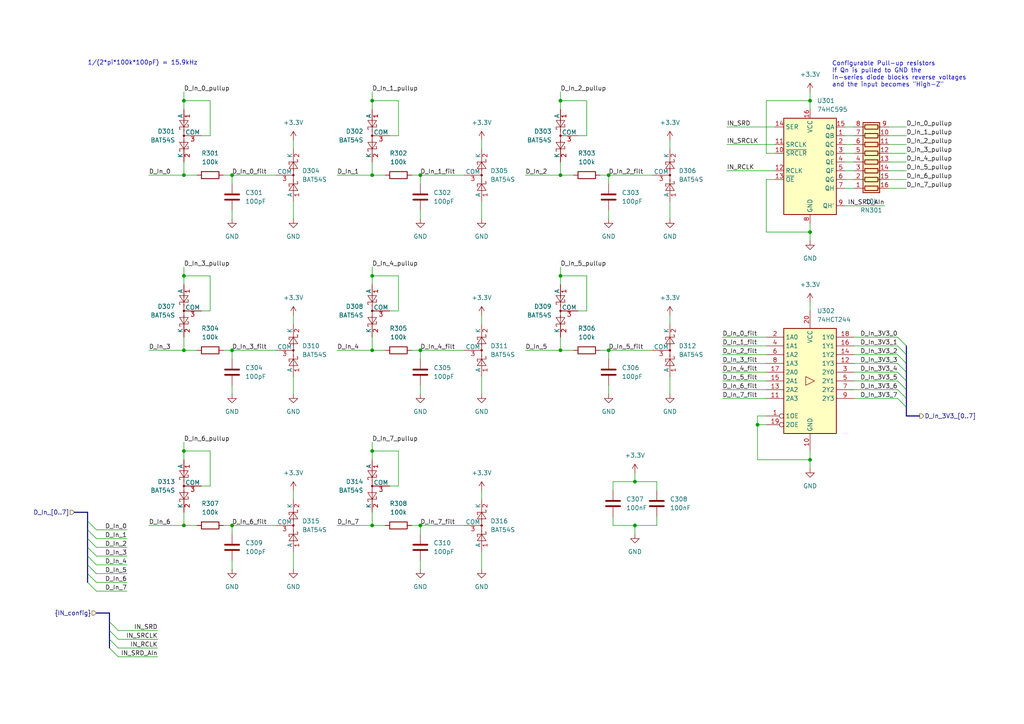
<source format=kicad_sch>
(kicad_sch (version 20230121) (generator eeschema)
  (paper "A4")
  (lib_symbols
    (symbol "74xx:74HC595"
      (property "Reference" "U" (at -7.62 13.97 0))
      (property "Value" "74HC595" (at -7.62 -16.51 0))
      (symbol "74HC595_1_0"
        (pin tri_state line (at 10.16 7.62 180) (length 2.54) (name "QB") (number "1"))
        (pin input line (at -10.16 2.54 0) (length 2.54) (name "~{SRCLR}") (number "10"))
        (pin input line (at -10.16 5.08 0) (length 2.54) (name "SRCLK") (number "11"))
        (pin input line (at -10.16 -2.54 0) (length 2.54) (name "RCLK") (number "12"))
        (pin input line (at -10.16 -5.08 0) (length 2.54) (name "~{OE}") (number "13"))
        (pin input line (at -10.16 10.16 0) (length 2.54) (name "SER") (number "14"))
        (pin tri_state line (at 10.16 10.16 180) (length 2.54) (name "QA") (number "15"))
        (pin power_in line (at 0 15.24 270) (length 2.54) (name "VCC") (number "16"))
        (pin tri_state line (at 10.16 5.08 180) (length 2.54) (name "QC") (number "2"))
        (pin tri_state line (at 10.16 2.54 180) (length 2.54) (name "QD") (number "3"))
        (pin tri_state line (at 10.16 0 180) (length 2.54) (name "QE") (number "4"))
        (pin tri_state line (at 10.16 -2.54 180) (length 2.54) (name "QF") (number "5"))
        (pin tri_state line (at 10.16 -5.08 180) (length 2.54) (name "QG") (number "6"))
        (pin tri_state line (at 10.16 -7.62 180) (length 2.54) (name "QH") (number "7"))
        (pin power_in line (at 0 -17.78 90) (length 2.54) (name "GND") (number "8"))
        (pin output line (at 10.16 -12.7 180) (length 2.54) (name "QH'") (number "9"))
      )
      (symbol "74HC595_1_1"
        (rectangle (start -7.62 12.7) (end 7.62 -15.24) (stroke (width 0.254)) (fill (type background)))
      )
    )
    (symbol "74xx:74HCT244"
      (property "Reference" "U" (at -7.62 16.51 0))
      (property "Value" "74HCT244" (at -7.62 -16.51 0))
      (symbol "74HCT244_1_0"
        (polyline (pts (xy 1.27 0) (xy -1.27 1.27) (xy -1.27 -1.27) (xy 1.27 0)) (stroke (width 0.1524)))
        (pin input inverted (at -12.7 -10.16 0) (length 5.08) (name "1OE") (number "1"))
        (pin power_in line (at 0 -20.32 90) (length 5.08) (name "GND") (number "10"))
        (pin input line (at -12.7 -5.08 0) (length 5.08) (name "2A3") (number "11"))
        (pin tri_state line (at 12.7 5.08 180) (length 5.08) (name "1Y3") (number "12"))
        (pin input line (at -12.7 -2.54 0) (length 5.08) (name "2A2") (number "13"))
        (pin tri_state line (at 12.7 7.62 180) (length 5.08) (name "1Y2") (number "14"))
        (pin input line (at -12.7 0 0) (length 5.08) (name "2A1") (number "15"))
        (pin tri_state line (at 12.7 10.16 180) (length 5.08) (name "1Y1") (number "16"))
        (pin input line (at -12.7 2.54 0) (length 5.08) (name "2A0") (number "17"))
        (pin tri_state line (at 12.7 12.7 180) (length 5.08) (name "1Y0") (number "18"))
        (pin input inverted (at -12.7 -12.7 0) (length 5.08) (name "2OE") (number "19"))
        (pin input line (at -12.7 12.7 0) (length 5.08) (name "1A0") (number "2"))
        (pin power_in line (at 0 20.32 270) (length 5.08) (name "VCC") (number "20"))
        (pin tri_state line (at 12.7 2.54 180) (length 5.08) (name "2Y0") (number "3"))
        (pin input line (at -12.7 10.16 0) (length 5.08) (name "1A1") (number "4"))
        (pin tri_state line (at 12.7 0 180) (length 5.08) (name "2Y1") (number "5"))
        (pin input line (at -12.7 7.62 0) (length 5.08) (name "1A2") (number "6"))
        (pin tri_state line (at 12.7 -2.54 180) (length 5.08) (name "2Y2") (number "7"))
        (pin input line (at -12.7 5.08 0) (length 5.08) (name "1A3") (number "8"))
        (pin tri_state line (at 12.7 -5.08 180) (length 5.08) (name "2Y3") (number "9"))
      )
      (symbol "74HCT244_1_1"
        (rectangle (start -7.62 15.24) (end 7.62 -15.24) (stroke (width 0.254)) (fill (type background)))
      )
    )
    (symbol "Device:C" (pin_numbers hide) (pin_names (offset 0.254))
      (property "Reference" "C" (at 0.635 2.54 0))
      (property "Value" "C" (at 0.635 -2.54 0))
      (symbol "C_0_1"
        (polyline (pts (xy -2.032 -0.762) (xy 2.032 -0.762)) (stroke (width 0.508)))
        (polyline (pts (xy -2.032 0.762) (xy 2.032 0.762)) (stroke (width 0.508)))
      )
      (symbol "C_1_1"
        (pin passive line (at 0 3.81 270) (length 2.794) (name "~") (number "1"))
        (pin passive line (at 0 -3.81 90) (length 2.794) (name "~") (number "2"))
      )
    )
    (symbol "Device:R" (pin_numbers hide) (pin_names (offset 0))
      (property "Reference" "R" (at 2.032 0 90))
      (property "Value" "R" (at 0 0 90))
      (symbol "R_0_1"
        (rectangle (start -1.016 -2.54) (end 1.016 2.54) (stroke (width 0.254)))
      )
      (symbol "R_1_1"
        (pin passive line (at 0 3.81 270) (length 1.27) (name "~") (number "1"))
        (pin passive line (at 0 -3.81 90) (length 1.27) (name "~") (number "2"))
      )
    )
    (symbol "Device:R_Pack08" (pin_names (offset 0) hide)
      (property "Reference" "RN" (at -12.7 0 90))
      (property "Value" "R_Pack08" (at 10.16 0 90))
      (symbol "R_Pack08_0_1"
        (rectangle (start -11.43 -2.413) (end 8.89 2.413) (stroke (width 0.254)) (fill (type background)))
        (rectangle (start -10.795 1.905) (end -9.525 -1.905) (stroke (width 0.254)))
        (rectangle (start -8.255 1.905) (end -6.985 -1.905) (stroke (width 0.254)))
        (rectangle (start -5.715 1.905) (end -4.445 -1.905) (stroke (width 0.254)))
        (rectangle (start -3.175 1.905) (end -1.905 -1.905) (stroke (width 0.254)))
        (rectangle (start -0.635 1.905) (end 0.635 -1.905) (stroke (width 0.254)))
        (polyline (pts (xy -10.16 -2.54) (xy -10.16 -1.905)))
        (polyline (pts (xy -10.16 1.905) (xy -10.16 2.54)))
        (polyline (pts (xy -7.62 -2.54) (xy -7.62 -1.905)))
        (polyline (pts (xy -7.62 1.905) (xy -7.62 2.54)))
        (polyline (pts (xy -5.08 -2.54) (xy -5.08 -1.905)))
        (polyline (pts (xy -5.08 1.905) (xy -5.08 2.54)))
        (polyline (pts (xy -2.54 -2.54) (xy -2.54 -1.905)))
        (polyline (pts (xy -2.54 1.905) (xy -2.54 2.54)))
        (polyline (pts (xy 0 -2.54) (xy 0 -1.905)))
        (polyline (pts (xy 0 1.905) (xy 0 2.54)))
        (polyline (pts (xy 2.54 -2.54) (xy 2.54 -1.905)))
        (polyline (pts (xy 2.54 1.905) (xy 2.54 2.54)))
        (polyline (pts (xy 5.08 -2.54) (xy 5.08 -1.905)))
        (polyline (pts (xy 5.08 1.905) (xy 5.08 2.54)))
        (polyline (pts (xy 7.62 -2.54) (xy 7.62 -1.905)))
        (polyline (pts (xy 7.62 1.905) (xy 7.62 2.54)))
        (rectangle (start 1.905 1.905) (end 3.175 -1.905) (stroke (width 0.254)))
        (rectangle (start 4.445 1.905) (end 5.715 -1.905) (stroke (width 0.254)))
        (rectangle (start 6.985 1.905) (end 8.255 -1.905) (stroke (width 0.254)))
      )
      (symbol "R_Pack08_1_1"
        (pin passive line (at -10.16 -5.08 90) (length 2.54) (name "R1.1") (number "1"))
        (pin passive line (at 5.08 5.08 270) (length 2.54) (name "R7.2") (number "10"))
        (pin passive line (at 2.54 5.08 270) (length 2.54) (name "R6.2") (number "11"))
        (pin passive line (at 0 5.08 270) (length 2.54) (name "R5.2") (number "12"))
        (pin passive line (at -2.54 5.08 270) (length 2.54) (name "R4.2") (number "13"))
        (pin passive line (at -5.08 5.08 270) (length 2.54) (name "R3.2") (number "14"))
        (pin passive line (at -7.62 5.08 270) (length 2.54) (name "R2.2") (number "15"))
        (pin passive line (at -10.16 5.08 270) (length 2.54) (name "R1.2") (number "16"))
        (pin passive line (at -7.62 -5.08 90) (length 2.54) (name "R2.1") (number "2"))
        (pin passive line (at -5.08 -5.08 90) (length 2.54) (name "R3.1") (number "3"))
        (pin passive line (at -2.54 -5.08 90) (length 2.54) (name "R4.1") (number "4"))
        (pin passive line (at 0 -5.08 90) (length 2.54) (name "R5.1") (number "5"))
        (pin passive line (at 2.54 -5.08 90) (length 2.54) (name "R6.1") (number "6"))
        (pin passive line (at 5.08 -5.08 90) (length 2.54) (name "R7.1") (number "7"))
        (pin passive line (at 7.62 -5.08 90) (length 2.54) (name "R8.1") (number "8"))
        (pin passive line (at 7.62 5.08 270) (length 2.54) (name "R8.2") (number "9"))
      )
    )
    (symbol "Diode:BAT54S" (pin_names (offset 0))
      (property "Reference" "D" (at 2.54 -5.08 0))
      (property "Value" "BAT54S" (at -6.35 3.175 0))
      (symbol "BAT54S_0_1"
        (polyline (pts (xy -3.81 0) (xy -1.27 0)))
        (polyline (pts (xy -3.175 -1.27) (xy -3.175 -1.016)))
        (polyline (pts (xy -2.54 -1.27) (xy -3.175 -1.27)))
        (polyline (pts (xy -2.54 -1.27) (xy -2.54 1.27)))
        (polyline (pts (xy -2.54 1.27) (xy -1.905 1.27)))
        (polyline (pts (xy -1.905 0) (xy 1.905 0)))
        (polyline (pts (xy -1.905 1.27) (xy -1.905 1.016)))
        (polyline (pts (xy 1.27 0) (xy 3.81 0)))
        (polyline (pts (xy 3.175 -1.27) (xy 3.175 -1.016)))
        (polyline (pts (xy 3.81 -1.27) (xy 3.175 -1.27)))
        (polyline (pts (xy 3.81 -1.27) (xy 3.81 1.27)))
        (polyline (pts (xy 3.81 1.27) (xy 4.445 1.27)))
        (polyline (pts (xy 4.445 1.27) (xy 4.445 1.016)))
        (polyline (pts (xy -4.445 1.27) (xy -4.445 -1.27) (xy -2.54 0) (xy -4.445 1.27)))
        (polyline (pts (xy 1.905 1.27) (xy 1.905 -1.27) (xy 3.81 0) (xy 1.905 1.27)))
        (circle (center 0 0) (radius 0.254) (fill (type outline)))
      )
      (symbol "BAT54S_1_1"
        (pin passive line (at -7.62 0 0) (length 3.81) (name "A") (number "1"))
        (pin passive line (at 7.62 0 180) (length 3.81) (name "K") (number "2"))
        (pin passive line (at 0 -5.08 90) (length 5.08) (name "COM") (number "3"))
      )
    )
    (symbol "power:+3.3V" (power) (pin_names (offset 0))
      (property "Value" "+3.3V" (at 0 3.556 0))
      (symbol "+3.3V_0_1"
        (polyline (pts (xy -0.762 1.27) (xy 0 2.54)))
        (polyline (pts (xy 0 0) (xy 0 2.54)))
        (polyline (pts (xy 0 2.54) (xy 0.762 1.27)))
      )
      (symbol "+3.3V_1_1"
        (pin power_in line (at 0 0 90) (length 0) hide (name "+3.3V") (number "1"))
      )
    )
    (symbol "power:GND" (power) (pin_names (offset 0))
      (property "Value" "GND" (at 0 -3.81 0))
      (symbol "GND_0_1"
        (polyline (pts (xy 0 0) (xy 0 -1.27) (xy 1.27 -1.27) (xy 0 -2.54) (xy -1.27 -1.27) (xy 0 -1.27)))
      )
      (symbol "GND_1_1"
        (pin power_in line (at 0 0 270) (length 0) hide (name "GND") (number "1"))
      )
    )
  )
  (junction (at 121.92 152.4))
  (junction (at 107.95 80.01))
  (junction (at 121.92 101.6))
  (junction (at 53.34 101.6))
  (junction (at 162.56 80.01))
  (junction (at 67.31 50.8))
  (junction (at 162.56 50.8))
  (junction (at 184.15 152.4))
  (junction (at 53.34 80.01))
  (junction (at 53.34 29.21))
  (junction (at 107.95 101.6))
  (junction (at 107.95 130.81))
  (junction (at 219.71 123.19))
  (junction (at 67.31 152.4))
  (junction (at 107.95 152.4))
  (junction (at 234.95 67.31))
  (junction (at 162.56 29.21))
  (junction (at 184.15 139.7))
  (junction (at 67.31 101.6))
  (junction (at 176.53 50.8))
  (junction (at 162.56 101.6))
  (junction (at 53.34 152.4))
  (junction (at 176.53 101.6))
  (junction (at 121.92 50.8))
  (junction (at 53.34 130.81))
  (junction (at 107.95 50.8))
  (junction (at 234.95 29.21))
  (junction (at 107.95 29.21))
  (junction (at 234.95 133.35))
  (junction (at 53.34 50.8))
  (bus_entry (at 31.75 187.96) (size 2.54 2.54))
  (bus_entry (at 262.89 110.49) (size -2.54 -2.54))
  (bus_entry (at 25.4 156.21) (size 2.54 2.54))
  (bus_entry (at 31.75 185.42) (size 2.54 2.54))
  (bus_entry (at 25.4 166.37) (size 2.54 2.54))
  (bus_entry (at 262.89 118.11) (size -2.54 -2.54))
  (bus_entry (at 262.89 100.33) (size -2.54 -2.54))
  (bus_entry (at 262.89 115.57) (size -2.54 -2.54))
  (bus_entry (at 25.4 151.13) (size 2.54 2.54))
  (bus_entry (at 262.89 113.03) (size -2.54 -2.54))
  (bus_entry (at 25.4 163.83) (size 2.54 2.54))
  (bus_entry (at 262.89 105.41) (size -2.54 -2.54))
  (bus_entry (at 262.89 102.87) (size -2.54 -2.54))
  (bus_entry (at 262.89 107.95) (size -2.54 -2.54))
  (bus_entry (at 25.4 168.91) (size 2.54 2.54))
  (bus_entry (at 25.4 161.29) (size 2.54 2.54))
  (bus_entry (at 25.4 153.67) (size 2.54 2.54))
  (bus_entry (at 31.75 180.34) (size 2.54 2.54))
  (bus_entry (at 25.4 158.75) (size 2.54 2.54))
  (bus_entry (at 31.75 182.88) (size 2.54 2.54))
  (wire (pts (xy 245.11 39.37) (xy 247.65 39.37)))
  (wire (pts (xy 53.34 148.59) (xy 53.34 152.4)))
  (wire (pts (xy 245.11 36.83) (xy 247.65 36.83)))
  (wire (pts (xy 245.11 54.61) (xy 247.65 54.61)))
  (wire (pts (xy 209.55 100.33) (xy 222.25 100.33)))
  (wire (pts (xy 257.81 44.45) (xy 262.89 44.45)))
  (wire (pts (xy 176.53 101.6) (xy 176.53 104.14)))
  (wire (pts (xy 234.95 64.77) (xy 234.95 67.31)))
  (wire (pts (xy 260.35 110.49) (xy 247.65 110.49)))
  (wire (pts (xy 85.09 109.22) (xy 85.09 114.3)))
  (wire (pts (xy 210.82 49.53) (xy 224.79 49.53)))
  (wire (pts (xy 245.11 41.91) (xy 247.65 41.91)))
  (wire (pts (xy 234.95 87.63) (xy 234.95 90.17)))
  (wire (pts (xy 121.92 60.96) (xy 121.92 63.5)))
  (wire (pts (xy 121.92 152.4) (xy 121.92 154.94)))
  (wire (pts (xy 121.92 162.56) (xy 121.92 165.1)))
  (wire (pts (xy 134.62 101.6) (xy 121.92 101.6)))
  (wire (pts (xy 257.81 39.37) (xy 262.89 39.37)))
  (wire (pts (xy 119.38 50.8) (xy 121.92 50.8)))
  (wire (pts (xy 107.95 130.81) (xy 107.95 133.35)))
  (wire (pts (xy 85.09 40.64) (xy 85.09 43.18)))
  (bus (pts (xy 262.89 105.41) (xy 262.89 102.87)))
  (wire (pts (xy 177.8 152.4) (xy 177.8 149.86)))
  (wire (pts (xy 27.94 161.29) (xy 36.83 161.29)))
  (bus (pts (xy 25.4 151.13) (xy 25.4 153.67)))
  (wire (pts (xy 107.95 46.99) (xy 107.95 50.8)))
  (wire (pts (xy 210.82 41.91) (xy 224.79 41.91)))
  (wire (pts (xy 27.94 156.21) (xy 36.83 156.21)))
  (wire (pts (xy 85.09 160.02) (xy 85.09 165.1)))
  (wire (pts (xy 60.96 80.01) (xy 53.34 80.01)))
  (wire (pts (xy 194.31 109.22) (xy 194.31 114.3)))
  (wire (pts (xy 194.31 40.64) (xy 194.31 43.18)))
  (wire (pts (xy 184.15 152.4) (xy 177.8 152.4)))
  (wire (pts (xy 167.64 39.37) (xy 170.18 39.37)))
  (wire (pts (xy 162.56 46.99) (xy 162.56 50.8)))
  (wire (pts (xy 34.29 190.5) (xy 45.72 190.5)))
  (wire (pts (xy 121.92 50.8) (xy 121.92 53.34)))
  (wire (pts (xy 162.56 101.6) (xy 166.37 101.6)))
  (wire (pts (xy 134.62 152.4) (xy 121.92 152.4)))
  (wire (pts (xy 113.03 39.37) (xy 115.57 39.37)))
  (wire (pts (xy 97.79 101.6) (xy 107.95 101.6)))
  (wire (pts (xy 245.11 44.45) (xy 247.65 44.45)))
  (wire (pts (xy 222.25 52.07) (xy 222.25 67.31)))
  (wire (pts (xy 80.01 101.6) (xy 67.31 101.6)))
  (bus (pts (xy 31.75 180.34) (xy 31.75 182.88)))
  (bus (pts (xy 266.7 120.65) (xy 262.89 120.65)))
  (wire (pts (xy 162.56 97.79) (xy 162.56 101.6)))
  (wire (pts (xy 58.42 90.17) (xy 60.96 90.17)))
  (wire (pts (xy 260.35 97.79) (xy 247.65 97.79)))
  (wire (pts (xy 139.7 91.44) (xy 139.7 93.98)))
  (wire (pts (xy 53.34 46.99) (xy 53.34 50.8)))
  (wire (pts (xy 115.57 80.01) (xy 107.95 80.01)))
  (wire (pts (xy 115.57 29.21) (xy 107.95 29.21)))
  (wire (pts (xy 176.53 60.96) (xy 176.53 63.5)))
  (wire (pts (xy 209.55 115.57) (xy 222.25 115.57)))
  (wire (pts (xy 162.56 26.67) (xy 162.56 29.21)))
  (wire (pts (xy 219.71 123.19) (xy 222.25 123.19)))
  (wire (pts (xy 170.18 39.37) (xy 170.18 29.21)))
  (bus (pts (xy 31.75 180.34) (xy 31.75 177.8)))
  (wire (pts (xy 113.03 140.97) (xy 115.57 140.97)))
  (wire (pts (xy 260.35 113.03) (xy 247.65 113.03)))
  (wire (pts (xy 209.55 107.95) (xy 222.25 107.95)))
  (wire (pts (xy 257.81 49.53) (xy 262.89 49.53)))
  (bus (pts (xy 262.89 113.03) (xy 262.89 110.49)))
  (wire (pts (xy 115.57 140.97) (xy 115.57 130.81)))
  (wire (pts (xy 53.34 77.47) (xy 53.34 80.01)))
  (wire (pts (xy 234.95 29.21) (xy 222.25 29.21)))
  (bus (pts (xy 25.4 151.13) (xy 25.4 148.59)))
  (wire (pts (xy 43.18 50.8) (xy 53.34 50.8)))
  (wire (pts (xy 177.8 142.24) (xy 177.8 139.7)))
  (wire (pts (xy 85.09 91.44) (xy 85.09 93.98)))
  (wire (pts (xy 53.34 97.79) (xy 53.34 101.6)))
  (wire (pts (xy 209.55 97.79) (xy 222.25 97.79)))
  (wire (pts (xy 58.42 39.37) (xy 60.96 39.37)))
  (wire (pts (xy 107.95 152.4) (xy 111.76 152.4)))
  (bus (pts (xy 25.4 166.37) (xy 25.4 168.91)))
  (wire (pts (xy 189.23 101.6) (xy 176.53 101.6)))
  (wire (pts (xy 260.35 107.95) (xy 247.65 107.95)))
  (wire (pts (xy 85.09 142.24) (xy 85.09 144.78)))
  (wire (pts (xy 245.11 49.53) (xy 247.65 49.53)))
  (wire (pts (xy 219.71 123.19) (xy 219.71 133.35)))
  (wire (pts (xy 97.79 50.8) (xy 107.95 50.8)))
  (wire (pts (xy 85.09 58.42) (xy 85.09 63.5)))
  (wire (pts (xy 64.77 152.4) (xy 67.31 152.4)))
  (wire (pts (xy 257.81 54.61) (xy 262.89 54.61)))
  (wire (pts (xy 34.29 187.96) (xy 45.72 187.96)))
  (wire (pts (xy 107.95 148.59) (xy 107.95 152.4)))
  (wire (pts (xy 107.95 80.01) (xy 107.95 82.55)))
  (wire (pts (xy 256.54 59.69) (xy 245.11 59.69)))
  (wire (pts (xy 210.82 36.83) (xy 224.79 36.83)))
  (wire (pts (xy 257.81 46.99) (xy 262.89 46.99)))
  (wire (pts (xy 27.94 163.83) (xy 36.83 163.83)))
  (bus (pts (xy 262.89 118.11) (xy 262.89 120.65)))
  (wire (pts (xy 60.96 29.21) (xy 53.34 29.21)))
  (wire (pts (xy 257.81 41.91) (xy 262.89 41.91)))
  (wire (pts (xy 139.7 160.02) (xy 139.7 165.1)))
  (wire (pts (xy 173.99 101.6) (xy 176.53 101.6)))
  (wire (pts (xy 139.7 40.64) (xy 139.7 43.18)))
  (wire (pts (xy 43.18 152.4) (xy 53.34 152.4)))
  (bus (pts (xy 25.4 161.29) (xy 25.4 163.83)))
  (wire (pts (xy 176.53 50.8) (xy 176.53 53.34)))
  (wire (pts (xy 234.95 26.67) (xy 234.95 29.21)))
  (wire (pts (xy 107.95 101.6) (xy 111.76 101.6)))
  (wire (pts (xy 64.77 101.6) (xy 67.31 101.6)))
  (wire (pts (xy 53.34 130.81) (xy 53.34 133.35)))
  (bus (pts (xy 262.89 115.57) (xy 262.89 113.03)))
  (wire (pts (xy 60.96 130.81) (xy 53.34 130.81)))
  (bus (pts (xy 262.89 102.87) (xy 262.89 100.33)))
  (wire (pts (xy 53.34 80.01) (xy 53.34 82.55)))
  (wire (pts (xy 209.55 113.03) (xy 222.25 113.03)))
  (wire (pts (xy 234.95 29.21) (xy 234.95 31.75)))
  (wire (pts (xy 219.71 133.35) (xy 234.95 133.35)))
  (wire (pts (xy 107.95 26.67) (xy 107.95 29.21)))
  (wire (pts (xy 219.71 120.65) (xy 219.71 123.19)))
  (wire (pts (xy 67.31 50.8) (xy 67.31 53.34)))
  (wire (pts (xy 167.64 90.17) (xy 170.18 90.17)))
  (wire (pts (xy 234.95 130.81) (xy 234.95 133.35)))
  (wire (pts (xy 139.7 58.42) (xy 139.7 63.5)))
  (wire (pts (xy 194.31 91.44) (xy 194.31 93.98)))
  (bus (pts (xy 262.89 110.49) (xy 262.89 107.95)))
  (wire (pts (xy 152.4 101.6) (xy 162.56 101.6)))
  (wire (pts (xy 53.34 152.4) (xy 57.15 152.4)))
  (wire (pts (xy 260.35 115.57) (xy 247.65 115.57)))
  (wire (pts (xy 222.25 44.45) (xy 224.79 44.45)))
  (wire (pts (xy 209.55 105.41) (xy 222.25 105.41)))
  (wire (pts (xy 107.95 50.8) (xy 111.76 50.8)))
  (bus (pts (xy 25.4 153.67) (xy 25.4 156.21)))
  (wire (pts (xy 170.18 29.21) (xy 162.56 29.21)))
  (wire (pts (xy 113.03 90.17) (xy 115.57 90.17)))
  (wire (pts (xy 115.57 39.37) (xy 115.57 29.21)))
  (wire (pts (xy 58.42 140.97) (xy 60.96 140.97)))
  (wire (pts (xy 27.94 166.37) (xy 36.83 166.37)))
  (wire (pts (xy 222.25 120.65) (xy 219.71 120.65)))
  (wire (pts (xy 234.95 67.31) (xy 234.95 69.85)))
  (wire (pts (xy 53.34 101.6) (xy 57.15 101.6)))
  (wire (pts (xy 152.4 50.8) (xy 162.56 50.8)))
  (wire (pts (xy 67.31 152.4) (xy 67.31 154.94)))
  (wire (pts (xy 224.79 52.07) (xy 222.25 52.07)))
  (bus (pts (xy 262.89 107.95) (xy 262.89 105.41)))
  (wire (pts (xy 27.94 158.75) (xy 36.83 158.75)))
  (wire (pts (xy 190.5 142.24) (xy 190.5 139.7)))
  (wire (pts (xy 184.15 152.4) (xy 184.15 154.94)))
  (wire (pts (xy 194.31 58.42) (xy 194.31 63.5)))
  (wire (pts (xy 173.99 50.8) (xy 176.53 50.8)))
  (wire (pts (xy 260.35 105.41) (xy 247.65 105.41)))
  (wire (pts (xy 170.18 80.01) (xy 162.56 80.01)))
  (wire (pts (xy 257.81 36.83) (xy 262.89 36.83)))
  (wire (pts (xy 184.15 137.16) (xy 184.15 139.7)))
  (bus (pts (xy 31.75 182.88) (xy 31.75 185.42)))
  (wire (pts (xy 121.92 101.6) (xy 121.92 104.14)))
  (bus (pts (xy 31.75 185.42) (xy 31.75 187.96)))
  (wire (pts (xy 139.7 142.24) (xy 139.7 144.78)))
  (wire (pts (xy 53.34 50.8) (xy 57.15 50.8)))
  (wire (pts (xy 97.79 152.4) (xy 107.95 152.4)))
  (wire (pts (xy 27.94 168.91) (xy 36.83 168.91)))
  (wire (pts (xy 162.56 29.21) (xy 162.56 31.75)))
  (wire (pts (xy 53.34 26.67) (xy 53.34 29.21)))
  (bus (pts (xy 25.4 156.21) (xy 25.4 158.75)))
  (wire (pts (xy 209.55 102.87) (xy 222.25 102.87)))
  (wire (pts (xy 134.62 50.8) (xy 121.92 50.8)))
  (wire (pts (xy 177.8 139.7) (xy 184.15 139.7)))
  (wire (pts (xy 190.5 139.7) (xy 184.15 139.7)))
  (bus (pts (xy 25.4 163.83) (xy 25.4 166.37)))
  (wire (pts (xy 119.38 101.6) (xy 121.92 101.6)))
  (wire (pts (xy 222.25 67.31) (xy 234.95 67.31)))
  (wire (pts (xy 260.35 100.33) (xy 247.65 100.33)))
  (bus (pts (xy 25.4 158.75) (xy 25.4 161.29)))
  (bus (pts (xy 21.59 148.59) (xy 25.4 148.59)))
  (wire (pts (xy 162.56 80.01) (xy 162.56 82.55)))
  (wire (pts (xy 27.94 153.67) (xy 36.83 153.67)))
  (wire (pts (xy 245.11 46.99) (xy 247.65 46.99)))
  (wire (pts (xy 34.29 182.88) (xy 45.72 182.88)))
  (wire (pts (xy 222.25 29.21) (xy 222.25 44.45)))
  (wire (pts (xy 80.01 152.4) (xy 67.31 152.4)))
  (wire (pts (xy 107.95 29.21) (xy 107.95 31.75)))
  (wire (pts (xy 190.5 152.4) (xy 184.15 152.4)))
  (wire (pts (xy 67.31 111.76) (xy 67.31 114.3)))
  (wire (pts (xy 245.11 52.07) (xy 247.65 52.07)))
  (wire (pts (xy 43.18 101.6) (xy 53.34 101.6)))
  (wire (pts (xy 115.57 130.81) (xy 107.95 130.81)))
  (wire (pts (xy 60.96 90.17) (xy 60.96 80.01)))
  (wire (pts (xy 64.77 50.8) (xy 67.31 50.8)))
  (wire (pts (xy 139.7 109.22) (xy 139.7 114.3)))
  (wire (pts (xy 162.56 77.47) (xy 162.56 80.01)))
  (wire (pts (xy 107.95 97.79) (xy 107.95 101.6)))
  (wire (pts (xy 60.96 39.37) (xy 60.96 29.21)))
  (wire (pts (xy 119.38 152.4) (xy 121.92 152.4)))
  (wire (pts (xy 115.57 90.17) (xy 115.57 80.01)))
  (wire (pts (xy 67.31 162.56) (xy 67.31 165.1)))
  (wire (pts (xy 60.96 140.97) (xy 60.96 130.81)))
  (bus (pts (xy 262.89 118.11) (xy 262.89 115.57)))
  (wire (pts (xy 234.95 133.35) (xy 234.95 135.89)))
  (wire (pts (xy 176.53 111.76) (xy 176.53 114.3)))
  (wire (pts (xy 260.35 102.87) (xy 247.65 102.87)))
  (wire (pts (xy 162.56 50.8) (xy 166.37 50.8)))
  (wire (pts (xy 209.55 110.49) (xy 222.25 110.49)))
  (wire (pts (xy 189.23 50.8) (xy 176.53 50.8)))
  (wire (pts (xy 34.29 185.42) (xy 45.72 185.42)))
  (wire (pts (xy 27.94 171.45) (xy 36.83 171.45)))
  (wire (pts (xy 67.31 101.6) (xy 67.31 104.14)))
  (wire (pts (xy 170.18 90.17) (xy 170.18 80.01)))
  (wire (pts (xy 107.95 128.27) (xy 107.95 130.81)))
  (wire (pts (xy 53.34 128.27) (xy 53.34 130.81)))
  (wire (pts (xy 67.31 60.96) (xy 67.31 63.5)))
  (wire (pts (xy 121.92 111.76) (xy 121.92 114.3)))
  (wire (pts (xy 107.95 77.47) (xy 107.95 80.01)))
  (wire (pts (xy 257.81 52.07) (xy 262.89 52.07)))
  (bus (pts (xy 27.94 177.8) (xy 31.75 177.8)))
  (wire (pts (xy 80.01 50.8) (xy 67.31 50.8)))
  (wire (pts (xy 190.5 149.86) (xy 190.5 152.4)))
  (wire (pts (xy 53.34 29.21) (xy 53.34 31.75)))
  (text "1/(2*pi*100k*100pF) = 15.9kHz" (at 25.4 19.05 0) (effects (font (size 1.27 1.27)) (justify left bottom)))
  (text "Configurable Pull-up resistors\nIf Qn is pulled to GND the\nin-series diode blocks reverse voltages\nand the input becomes \"High-Z\"" (at 241.3 25.4 0) (effects (font (size 1.27 1.27)) (justify left bottom)))
  (label "D_In_6" (at 43.18 152.4 0))
  (label "IN_SRD_AIn" (at 45.72 190.5 180))
  (label "IN_SRD_AIn" (at 256.54 59.69 180))
  (label "D_In_7_filt" (at 121.92 152.4 0))
  (label "IN_SRCLK" (at 210.82 41.91 0))
  (label "D_In_1_pullup" (at 107.95 26.67 0))
  (label "D_In_3V3_4" (at 260.35 107.95 180))
  (label "D_In_4_filt" (at 121.92 101.6 0))
  (label "D_In_3" (at 43.18 101.6 0))
  (label "D_In_4" (at 97.79 101.6 0))
  (label "D_In_3V3_0" (at 260.35 97.79 180))
  (label "D_In_7_pullup" (at 262.89 54.61 0))
  (label "D_In_3" (at 36.83 161.29 180))
  (label "D_In_3V3_1" (at 260.35 100.33 180))
  (label "D_In_3V3_2" (at 260.35 102.87 180))
  (label "D_In_6_pullup" (at 262.89 52.07 0))
  (label "D_In_0" (at 43.18 50.8 0))
  (label "D_In_5_pullup" (at 162.56 77.47 0))
  (label "D_In_7" (at 36.83 171.45 180))
  (label "D_In_5" (at 152.4 101.6 0))
  (label "D_In_3_filt" (at 209.55 105.41 0))
  (label "D_In_2" (at 36.83 158.75 180))
  (label "D_In_6" (at 36.83 168.91 180))
  (label "D_In_3V3_6" (at 260.35 113.03 180))
  (label "D_In_6_filt" (at 67.31 152.4 0))
  (label "D_In_5_filt" (at 209.55 110.49 0))
  (label "D_In_3_pullup" (at 262.89 44.45 0))
  (label "D_In_7_pullup" (at 107.95 128.27 0))
  (label "IN_SRD" (at 45.72 182.88 180))
  (label "D_In_3_pullup" (at 53.34 77.47 0))
  (label "D_In_5_pullup" (at 262.89 49.53 0))
  (label "D_In_4_filt" (at 209.55 107.95 0))
  (label "D_In_4_pullup" (at 107.95 77.47 0))
  (label "D_In_4_pullup" (at 262.89 46.99 0))
  (label "D_In_2_filt" (at 176.53 50.8 0))
  (label "IN_SRD" (at 210.82 36.83 0))
  (label "D_In_0_filt" (at 209.55 97.79 0))
  (label "D_In_7" (at 97.79 152.4 0))
  (label "D_In_3V3_5" (at 260.35 110.49 180))
  (label "D_In_5_filt" (at 176.53 101.6 0))
  (label "D_In_1_pullup" (at 262.89 39.37 0))
  (label "D_In_3V3_3" (at 260.35 105.41 180))
  (label "D_In_5" (at 36.83 166.37 180))
  (label "D_In_1" (at 97.79 50.8 0))
  (label "D_In_2_pullup" (at 262.89 41.91 0))
  (label "D_In_0_pullup" (at 53.34 26.67 0))
  (label "IN_RCLK" (at 210.82 49.53 0))
  (label "D_In_6_filt" (at 209.55 113.03 0))
  (label "D_In_1_filt" (at 121.92 50.8 0))
  (label "IN_SRCLK" (at 45.72 185.42 180))
  (label "D_In_3_filt" (at 67.31 101.6 0))
  (label "IN_RCLK" (at 45.72 187.96 180))
  (label "D_In_0" (at 36.83 153.67 180))
  (label "D_In_2" (at 152.4 50.8 0))
  (label "D_In_1_filt" (at 209.55 100.33 0))
  (label "D_In_3V3_7" (at 260.35 115.57 180))
  (label "D_In_7_filt" (at 209.55 115.57 0))
  (label "D_In_0_pullup" (at 262.89 36.83 0))
  (label "D_In_2_pullup" (at 162.56 26.67 0))
  (label "D_In_1" (at 36.83 156.21 180))
  (label "D_In_0_filt" (at 67.31 50.8 0))
  (label "D_In_6_pullup" (at 53.34 128.27 0))
  (label "D_In_4" (at 36.83 163.83 180))
  (label "D_In_2_filt" (at 209.55 102.87 0))
  (hierarchical_label "D_In_[0..7]" (shape input) (at 21.59 148.59 180))
  (hierarchical_label "{IN_config}" (shape input) (at 27.94 177.8 180))
  (hierarchical_label "D_In_3V3_[0..7]" (shape output) (at 266.7 120.65 0))
  (symbol (lib_id "power:GND") (at 67.31 165.1 0) (unit 1)
    (property "Reference" "#PWR0327" (effects hide))
    (property "Value" "GND" (at 67.31 170.18 0))
    (instances (project "Sensor_Board" (path "" (reference "#PWR0327") (unit 1))) (project "FT22_VCU_Konzept" (path "" (reference "#PWR032") (unit 1))))
  )
  (symbol (lib_id "Diode:BAT54S") (at 139.7 152.4 270) (mirror x) (unit 1)
    (property "Reference" "D316" (at 142.24 151.1299 90) (effects (justify left)))
    (property "Value" "BAT54S" (at 142.24 153.6699 90) (effects (justify left)))
    (property "Footprint" "Package_TO_SOT_SMD:SOT-23" (effects hide))
    (property "Datasheet" "https://www.diodes.com/assets/Datasheets/ds11005.pdf" (effects hide))
    (instances (project "Sensor_Board" (path "" (reference "D316") (unit 1))) (project "FT22_VCU_Konzept" (path "" (reference "D16") (unit 1))))
  )
  (symbol (lib_id "power:+3.3V") (at 139.7 91.44 0) (unit 1)
    (property "Reference" "#PWR0314" (effects hide))
    (property "Value" "+3.3V" (at 139.7 86.36 0))
    (instances (project "Sensor_Board" (path "" (reference "#PWR0314") (unit 1))) (project "FT22_VCU_Konzept" (path "" (reference "#PWR019") (unit 1))))
  )
  (symbol (lib_id "power:GND") (at 121.92 114.3 0) (unit 1)
    (property "Reference" "#PWR0318" (effects hide))
    (property "Value" "GND" (at 121.92 119.38 0))
    (instances (project "Sensor_Board" (path "" (reference "#PWR0318") (unit 1))) (project "FT22_VCU_Konzept" (path "" (reference "#PWR023") (unit 1))))
  )
  (symbol (lib_id "power:GND") (at 184.15 154.94 0) (unit 1)
    (property "Reference" "#PWR0326" (effects hide))
    (property "Value" "GND" (at 184.15 160.02 0))
    (instances (project "Sensor_Board" (path "" (reference "#PWR0326") (unit 1))) (project "FT22_VCU_Konzept" (path "" (reference "#PWR031") (unit 1))))
  )
  (symbol (lib_id "power:GND") (at 85.09 114.3 0) (unit 1)
    (property "Reference" "#PWR0317" (effects hide))
    (property "Value" "GND" (at 85.09 119.38 0))
    (instances (project "Sensor_Board" (path "" (reference "#PWR0317") (unit 1))) (project "FT22_VCU_Konzept" (path "" (reference "#PWR022") (unit 1))))
  )
  (symbol (lib_id "Diode:BAT54S") (at 139.7 101.6 270) (mirror x) (unit 1)
    (property "Reference" "D311" (at 142.24 100.3299 90) (effects (justify left)))
    (property "Value" "BAT54S" (at 142.24 102.8699 90) (effects (justify left)))
    (property "Footprint" "Package_TO_SOT_SMD:SOT-23" (effects hide))
    (property "Datasheet" "https://www.diodes.com/assets/Datasheets/ds11005.pdf" (effects hide))
    (instances (project "Sensor_Board" (path "" (reference "D311") (unit 1))) (project "FT22_VCU_Konzept" (path "" (reference "D11") (unit 1))))
  )
  (symbol (lib_id "Diode:BAT54S") (at 139.7 50.8 270) (mirror x) (unit 1)
    (property "Reference" "D305" (at 142.24 49.5299 90) (effects (justify left)))
    (property "Value" "BAT54S" (at 142.24 52.0699 90) (effects (justify left)))
    (property "Footprint" "Package_TO_SOT_SMD:SOT-23" (effects hide))
    (property "Datasheet" "https://www.diodes.com/assets/Datasheets/ds11005.pdf" (effects hide))
    (instances (project "Sensor_Board" (path "" (reference "D305") (unit 1))) (project "FT22_VCU_Konzept" (path "" (reference "D5") (unit 1))))
  )
  (symbol (lib_id "power:+3.3V") (at 184.15 137.16 0) (unit 1)
    (property "Reference" "#PWR0323" (effects hide))
    (property "Value" "+3.3V" (at 184.15 132.08 0))
    (instances (project "Sensor_Board" (path "" (reference "#PWR0323") (unit 1))) (project "FT22_VCU_Konzept" (path "" (reference "#PWR028") (unit 1))))
  )
  (symbol (lib_id "power:GND") (at 67.31 63.5 0) (unit 1)
    (property "Reference" "#PWR0305" (effects hide))
    (property "Value" "GND" (at 67.31 68.58 0))
    (instances (project "Sensor_Board" (path "" (reference "#PWR0305") (unit 1))) (project "FT22_VCU_Konzept" (path "" (reference "#PWR010") (unit 1))))
  )
  (symbol (lib_id "power:GND") (at 67.31 114.3 0) (unit 1)
    (property "Reference" "#PWR0316" (effects hide))
    (property "Value" "GND" (at 67.31 119.38 0))
    (instances (project "Sensor_Board" (path "" (reference "#PWR0316") (unit 1))) (project "FT22_VCU_Konzept" (path "" (reference "#PWR021") (unit 1))))
  )
  (symbol (lib_id "power:+3.3V") (at 194.31 40.64 0) (unit 1)
    (property "Reference" "#PWR0304" (effects hide))
    (property "Value" "+3.3V" (at 194.31 35.56 0))
    (instances (project "Sensor_Board" (path "" (reference "#PWR0304") (unit 1))) (project "FT22_VCU_Konzept" (path "" (reference "#PWR09") (unit 1))))
  )
  (symbol (lib_id "Device:C") (at 121.92 57.15 0) (unit 1)
    (property "Reference" "C302" (at 125.73 55.8799 0) (effects (justify left)))
    (property "Value" "100pF" (at 125.73 58.4199 0) (effects (justify left)))
    (property "Footprint" "Capacitor_SMD:C_0603_1608Metric" (effects hide))
    (instances (project "Sensor_Board" (path "" (reference "C302") (unit 1))) (project "FT22_VCU_Konzept" (path "" (reference "C1") (unit 1))))
  )
  (symbol (lib_id "Diode:BAT54S") (at 85.09 50.8 270) (mirror x) (unit 1)
    (property "Reference" "D304" (at 87.63 49.5299 90) (effects (justify left)))
    (property "Value" "BAT54S" (at 87.63 52.0699 90) (effects (justify left)))
    (property "Footprint" "Package_TO_SOT_SMD:SOT-23" (effects hide))
    (property "Datasheet" "https://www.diodes.com/assets/Datasheets/ds11005.pdf" (effects hide))
    (instances (project "Sensor_Board" (path "" (reference "D304") (unit 1))) (project "FT22_VCU_Konzept" (path "" (reference "D4") (unit 1))))
  )
  (symbol (lib_id "power:GND") (at 139.7 63.5 0) (unit 1)
    (property "Reference" "#PWR0308" (effects hide))
    (property "Value" "GND" (at 139.7 68.58 0))
    (instances (project "Sensor_Board" (path "" (reference "#PWR0308") (unit 1))) (project "FT22_VCU_Konzept" (path "" (reference "#PWR013") (unit 1))))
  )
  (symbol (lib_id "power:+3.3V") (at 234.95 87.63 0) (unit 1)
    (property "Reference" "#PWR0312" (effects hide))
    (property "Value" "+3.3V" (at 234.95 82.55 0))
    (instances (project "Sensor_Board" (path "" (reference "#PWR0312") (unit 1))) (project "FT22_VCU_Konzept" (path "" (reference "#PWR017") (unit 1))))
  )
  (symbol (lib_id "power:+3.3V") (at 139.7 40.64 0) (unit 1)
    (property "Reference" "#PWR0303" (effects hide))
    (property "Value" "+3.3V" (at 139.7 35.56 0))
    (instances (project "Sensor_Board" (path "" (reference "#PWR0303") (unit 1))) (project "FT22_VCU_Konzept" (path "" (reference "#PWR08") (unit 1))))
  )
  (symbol (lib_id "Device:C") (at 67.31 107.95 0) (unit 1)
    (property "Reference" "C304" (at 71.12 106.6799 0) (effects (justify left)))
    (property "Value" "100pF" (at 71.12 109.2199 0) (effects (justify left)))
    (property "Footprint" "Capacitor_SMD:C_0603_1608Metric" (effects hide))
    (instances (project "Sensor_Board" (path "" (reference "C304") (unit 1))) (project "FT22_VCU_Konzept" (path "" (reference "C1") (unit 1))))
  )
  (symbol (lib_id "power:GND") (at 176.53 114.3 0) (unit 1)
    (property "Reference" "#PWR0320" (effects hide))
    (property "Value" "GND" (at 176.53 119.38 0))
    (instances (project "Sensor_Board" (path "" (reference "#PWR0320") (unit 1))) (project "FT22_VCU_Konzept" (path "" (reference "#PWR025") (unit 1))))
  )
  (symbol (lib_id "Diode:BAT54S") (at 53.34 140.97 90) (mirror x) (unit 1)
    (property "Reference" "D313" (at 50.8 139.6999 90) (effects (justify left)))
    (property "Value" "BAT54S" (at 50.8 142.2399 90) (effects (justify left)))
    (property "Footprint" "Package_TO_SOT_SMD:SOT-23" (effects hide))
    (property "Datasheet" "https://www.diodes.com/assets/Datasheets/ds11005.pdf" (effects hide))
    (instances (project "Sensor_Board" (path "" (reference "D313") (unit 1))) (project "FT22_VCU_Konzept" (path "" (reference "D13") (unit 1))))
  )
  (symbol (lib_id "power:+3.3V") (at 234.95 26.67 0) (unit 1)
    (property "Reference" "#PWR0301" (effects hide))
    (property "Value" "+3.3V" (at 234.95 21.59 0))
    (instances (project "Sensor_Board" (path "" (reference "#PWR0301") (unit 1))) (project "FT22_VCU_Konzept" (path "" (reference "#PWR06") (unit 1))))
  )
  (symbol (lib_id "Diode:BAT54S") (at 85.09 101.6 270) (mirror x) (unit 1)
    (property "Reference" "D310" (at 87.63 100.3299 90) (effects (justify left)))
    (property "Value" "BAT54S" (at 87.63 102.8699 90) (effects (justify left)))
    (property "Footprint" "Package_TO_SOT_SMD:SOT-23" (effects hide))
    (property "Datasheet" "https://www.diodes.com/assets/Datasheets/ds11005.pdf" (effects hide))
    (instances (project "Sensor_Board" (path "" (reference "D310") (unit 1))) (project "FT22_VCU_Konzept" (path "" (reference "D10") (unit 1))))
  )
  (symbol (lib_id "Diode:BAT54S") (at 107.95 90.17 90) (mirror x) (unit 1)
    (property "Reference" "D308" (at 105.41 88.8999 90) (effects (justify left)))
    (property "Value" "BAT54S" (at 105.41 91.4399 90) (effects (justify left)))
    (property "Footprint" "Package_TO_SOT_SMD:SOT-23" (effects hide))
    (property "Datasheet" "https://www.diodes.com/assets/Datasheets/ds11005.pdf" (effects hide))
    (instances (project "Sensor_Board" (path "" (reference "D308") (unit 1))) (project "FT22_VCU_Konzept" (path "" (reference "D8") (unit 1))))
  )
  (symbol (lib_id "power:GND") (at 234.95 69.85 0) (unit 1)
    (property "Reference" "#PWR0311" (effects hide))
    (property "Value" "GND" (at 234.95 74.93 0))
    (instances (project "Sensor_Board" (path "" (reference "#PWR0311") (unit 1))) (project "FT22_VCU_Konzept" (path "" (reference "#PWR016") (unit 1))))
  )
  (symbol (lib_id "Device:R") (at 170.18 50.8 90) (unit 1)
    (property "Reference" "R303" (at 170.18 44.45 90))
    (property "Value" "100k" (at 170.18 46.99 90))
    (property "Footprint" "Resistor_SMD:R_0603_1608Metric" (effects hide))
    (instances (project "Sensor_Board" (path "" (reference "R303") (unit 1))) (project "FT22_VCU_Konzept" (path "" (reference "R1") (unit 1))))
  )
  (symbol (lib_id "74xx:74HCT244") (at 234.95 110.49 0) (unit 1)
    (property "Reference" "U302" (at 236.9694 90.17 0) (effects (justify left)))
    (property "Value" "74HCT244" (at 236.9694 92.71 0) (effects (justify left)))
    (property "Footprint" "Package_SO:SOIC-20W_7.5x12.8mm_P1.27mm" (effects hide))
    (property "Datasheet" "https://assets.nexperia.com/documents/data-sheet/74HC_HCT244.pdf" (effects hide))
    (instances (project "Sensor_Board" (path "" (reference "U302") (unit 1))) (project "FT22_VCU_Konzept" (path "" (reference "U2") (unit 1))))
  )
  (symbol (lib_id "power:+3.3V") (at 194.31 91.44 0) (unit 1)
    (property "Reference" "#PWR0315" (effects hide))
    (property "Value" "+3.3V" (at 194.31 86.36 0))
    (instances (project "Sensor_Board" (path "" (reference "#PWR0315") (unit 1))) (project "FT22_VCU_Konzept" (path "" (reference "#PWR020") (unit 1))))
  )
  (symbol (lib_id "Diode:BAT54S") (at 162.56 90.17 90) (mirror x) (unit 1)
    (property "Reference" "D309" (at 160.02 88.8999 90) (effects (justify left)))
    (property "Value" "BAT54S" (at 160.02 91.4399 90) (effects (justify left)))
    (property "Footprint" "Package_TO_SOT_SMD:SOT-23" (effects hide))
    (property "Datasheet" "https://www.diodes.com/assets/Datasheets/ds11005.pdf" (effects hide))
    (instances (project "Sensor_Board" (path "" (reference "D309") (unit 1))) (project "FT22_VCU_Konzept" (path "" (reference "D9") (unit 1))))
  )
  (symbol (lib_id "power:GND") (at 121.92 63.5 0) (unit 1)
    (property "Reference" "#PWR0307" (effects hide))
    (property "Value" "GND" (at 121.92 68.58 0))
    (instances (project "Sensor_Board" (path "" (reference "#PWR0307") (unit 1))) (project "FT22_VCU_Konzept" (path "" (reference "#PWR012") (unit 1))))
  )
  (symbol (lib_id "Diode:BAT54S") (at 107.95 140.97 90) (mirror x) (unit 1)
    (property "Reference" "D314" (at 105.41 139.6999 90) (effects (justify left)))
    (property "Value" "BAT54S" (at 105.41 142.2399 90) (effects (justify left)))
    (property "Footprint" "Package_TO_SOT_SMD:SOT-23" (effects hide))
    (property "Datasheet" "https://www.diodes.com/assets/Datasheets/ds11005.pdf" (effects hide))
    (instances (project "Sensor_Board" (path "" (reference "D314") (unit 1))) (project "FT22_VCU_Konzept" (path "" (reference "D14") (unit 1))))
  )
  (symbol (lib_id "Diode:BAT54S") (at 53.34 90.17 90) (mirror x) (unit 1)
    (property "Reference" "D307" (at 50.8 88.8999 90) (effects (justify left)))
    (property "Value" "BAT54S" (at 50.8 91.4399 90) (effects (justify left)))
    (property "Footprint" "Package_TO_SOT_SMD:SOT-23" (effects hide))
    (property "Datasheet" "https://www.diodes.com/assets/Datasheets/ds11005.pdf" (effects hide))
    (instances (project "Sensor_Board" (path "" (reference "D307") (unit 1))) (project "FT22_VCU_Konzept" (path "" (reference "D7") (unit 1))))
  )
  (symbol (lib_id "power:GND") (at 234.95 135.89 0) (unit 1)
    (property "Reference" "#PWR0322" (effects hide))
    (property "Value" "GND" (at 234.95 140.97 0))
    (instances (project "Sensor_Board" (path "" (reference "#PWR0322") (unit 1))) (project "FT22_VCU_Konzept" (path "" (reference "#PWR027") (unit 1))))
  )
  (symbol (lib_id "Device:R") (at 115.57 50.8 90) (unit 1)
    (property "Reference" "R302" (at 115.57 44.45 90))
    (property "Value" "100k" (at 115.57 46.99 90))
    (property "Footprint" "Resistor_SMD:R_0603_1608Metric" (effects hide))
    (instances (project "Sensor_Board" (path "" (reference "R302") (unit 1))) (project "FT22_VCU_Konzept" (path "" (reference "R1") (unit 1))))
  )
  (symbol (lib_id "Device:C") (at 67.31 158.75 0) (unit 1)
    (property "Reference" "C309" (at 71.12 157.4799 0) (effects (justify left)))
    (property "Value" "100pF" (at 71.12 160.0199 0) (effects (justify left)))
    (property "Footprint" "Capacitor_SMD:C_0603_1608Metric" (effects hide))
    (instances (project "Sensor_Board" (path "" (reference "C309") (unit 1))) (project "FT22_VCU_Konzept" (path "" (reference "C1") (unit 1))))
  )
  (symbol (lib_id "power:GND") (at 85.09 63.5 0) (unit 1)
    (property "Reference" "#PWR0306" (effects hide))
    (property "Value" "GND" (at 85.09 68.58 0))
    (instances (project "Sensor_Board" (path "" (reference "#PWR0306") (unit 1))) (project "FT22_VCU_Konzept" (path "" (reference "#PWR011") (unit 1))))
  )
  (symbol (lib_id "Diode:BAT54S") (at 162.56 39.37 90) (mirror x) (unit 1)
    (property "Reference" "D303" (at 160.02 38.0999 90) (effects (justify left)))
    (property "Value" "BAT54S" (at 160.02 40.6399 90) (effects (justify left)))
    (property "Footprint" "Package_TO_SOT_SMD:SOT-23" (effects hide))
    (property "Datasheet" "https://www.diodes.com/assets/Datasheets/ds11005.pdf" (effects hide))
    (instances (project "Sensor_Board" (path "" (reference "D303") (unit 1))) (project "FT22_VCU_Konzept" (path "" (reference "D3") (unit 1))))
  )
  (symbol (lib_id "power:GND") (at 194.31 63.5 0) (unit 1)
    (property "Reference" "#PWR0310" (effects hide))
    (property "Value" "GND" (at 194.31 68.58 0))
    (instances (project "Sensor_Board" (path "" (reference "#PWR0310") (unit 1))) (project "FT22_VCU_Konzept" (path "" (reference "#PWR015") (unit 1))))
  )
  (symbol (lib_id "Device:C") (at 121.92 158.75 0) (unit 1)
    (property "Reference" "C310" (at 125.73 157.4799 0) (effects (justify left)))
    (property "Value" "100pF" (at 125.73 160.0199 0) (effects (justify left)))
    (property "Footprint" "Capacitor_SMD:C_0603_1608Metric" (effects hide))
    (instances (project "Sensor_Board" (path "" (reference "C310") (unit 1))) (project "FT22_VCU_Konzept" (path "" (reference "C1") (unit 1))))
  )
  (symbol (lib_id "Device:R") (at 115.57 152.4 90) (unit 1)
    (property "Reference" "R308" (at 115.57 146.05 90))
    (property "Value" "100k" (at 115.57 148.59 90))
    (property "Footprint" "Resistor_SMD:R_0603_1608Metric" (effects hide))
    (instances (project "Sensor_Board" (path "" (reference "R308") (unit 1))) (project "FT22_VCU_Konzept" (path "" (reference "R1") (unit 1))))
  )
  (symbol (lib_id "Diode:BAT54S") (at 53.34 39.37 90) (mirror x) (unit 1)
    (property "Reference" "D301" (at 50.8 38.0999 90) (effects (justify left)))
    (property "Value" "BAT54S" (at 50.8 40.6399 90) (effects (justify left)))
    (property "Footprint" "Package_TO_SOT_SMD:SOT-23" (effects hide))
    (property "Datasheet" "https://www.diodes.com/assets/Datasheets/ds11005.pdf" (effects hide))
    (instances (project "Sensor_Board" (path "" (reference "D301") (unit 1))) (project "FT22_VCU_Konzept" (path "" (reference "D1") (unit 1))))
  )
  (symbol (lib_id "power:GND") (at 139.7 165.1 0) (unit 1)
    (property "Reference" "#PWR0330" (effects hide))
    (property "Value" "GND" (at 139.7 170.18 0))
    (instances (project "Sensor_Board" (path "" (reference "#PWR0330") (unit 1))) (project "FT22_VCU_Konzept" (path "" (reference "#PWR035") (unit 1))))
  )
  (symbol (lib_id "Device:C") (at 176.53 57.15 0) (unit 1)
    (property "Reference" "C303" (at 180.34 55.8799 0) (effects (justify left)))
    (property "Value" "100pF" (at 180.34 58.4199 0) (effects (justify left)))
    (property "Footprint" "Capacitor_SMD:C_0603_1608Metric" (effects hide))
    (instances (project "Sensor_Board" (path "" (reference "C303") (unit 1))) (project "FT22_VCU_Konzept" (path "" (reference "C1") (unit 1))))
  )
  (symbol (lib_id "power:GND") (at 85.09 165.1 0) (unit 1)
    (property "Reference" "#PWR0328" (effects hide))
    (property "Value" "GND" (at 85.09 170.18 0))
    (instances (project "Sensor_Board" (path "" (reference "#PWR0328") (unit 1))) (project "FT22_VCU_Konzept" (path "" (reference "#PWR033") (unit 1))))
  )
  (symbol (lib_id "power:+3.3V") (at 139.7 142.24 0) (unit 1)
    (property "Reference" "#PWR0325" (effects hide))
    (property "Value" "+3.3V" (at 139.7 137.16 0))
    (instances (project "Sensor_Board" (path "" (reference "#PWR0325") (unit 1))) (project "FT22_VCU_Konzept" (path "" (reference "#PWR030") (unit 1))))
  )
  (symbol (lib_id "power:+3.3V") (at 85.09 40.64 0) (unit 1)
    (property "Reference" "#PWR0302" (effects hide))
    (property "Value" "+3.3V" (at 85.09 35.56 0))
    (instances (project "Sensor_Board" (path "" (reference "#PWR0302") (unit 1))) (project "FT22_VCU_Konzept" (path "" (reference "#PWR07") (unit 1))))
  )
  (symbol (lib_id "power:GND") (at 139.7 114.3 0) (unit 1)
    (property "Reference" "#PWR0319" (effects hide))
    (property "Value" "GND" (at 139.7 119.38 0))
    (instances (project "Sensor_Board" (path "" (reference "#PWR0319") (unit 1))) (project "FT22_VCU_Konzept" (path "" (reference "#PWR024") (unit 1))))
  )
  (symbol (lib_id "power:GND") (at 176.53 63.5 0) (unit 1)
    (property "Reference" "#PWR0309" (effects hide))
    (property "Value" "GND" (at 176.53 68.58 0))
    (instances (project "Sensor_Board" (path "" (reference "#PWR0309") (unit 1))) (project "FT22_VCU_Konzept" (path "" (reference "#PWR014") (unit 1))))
  )
  (symbol (lib_id "Device:R") (at 60.96 101.6 90) (unit 1)
    (property "Reference" "R304" (at 60.96 95.25 90))
    (property "Value" "100k" (at 60.96 97.79 90))
    (property "Footprint" "Resistor_SMD:R_0603_1608Metric" (effects hide))
    (instances (project "Sensor_Board" (path "" (reference "R304") (unit 1))) (project "FT22_VCU_Konzept" (path "" (reference "R1") (unit 1))))
  )
  (symbol (lib_id "Device:C") (at 67.31 57.15 0) (unit 1)
    (property "Reference" "C301" (at 71.12 55.8799 0) (effects (justify left)))
    (property "Value" "100pF" (at 71.12 58.4199 0) (effects (justify left)))
    (property "Footprint" "Capacitor_SMD:C_0603_1608Metric" (effects hide))
    (instances (project "Sensor_Board" (path "" (reference "C301") (unit 1))) (project "FT22_VCU_Konzept" (path "" (reference "C1") (unit 1))))
  )
  (symbol (lib_id "Device:R") (at 170.18 101.6 90) (unit 1)
    (property "Reference" "R306" (at 170.18 95.25 90))
    (property "Value" "100k" (at 170.18 97.79 90))
    (property "Footprint" "Resistor_SMD:R_0603_1608Metric" (effects hide))
    (instances (project "Sensor_Board" (path "" (reference "R306") (unit 1))) (project "FT22_VCU_Konzept" (path "" (reference "R1") (unit 1))))
  )
  (symbol (lib_id "Device:C") (at 121.92 107.95 0) (unit 1)
    (property "Reference" "C305" (at 125.73 106.6799 0) (effects (justify left)))
    (property "Value" "100pF" (at 125.73 109.2199 0) (effects (justify left)))
    (property "Footprint" "Capacitor_SMD:C_0603_1608Metric" (effects hide))
    (instances (project "Sensor_Board" (path "" (reference "C305") (unit 1))) (project "FT22_VCU_Konzept" (path "" (reference "C1") (unit 1))))
  )
  (symbol (lib_id "power:+3.3V") (at 85.09 91.44 0) (unit 1)
    (property "Reference" "#PWR0313" (effects hide))
    (property "Value" "+3.3V" (at 85.09 86.36 0))
    (instances (project "Sensor_Board" (path "" (reference "#PWR0313") (unit 1))) (project "FT22_VCU_Konzept" (path "" (reference "#PWR018") (unit 1))))
  )
  (symbol (lib_id "power:+3.3V") (at 85.09 142.24 0) (unit 1)
    (property "Reference" "#PWR0324" (effects hide))
    (property "Value" "+3.3V" (at 85.09 137.16 0))
    (instances (project "Sensor_Board" (path "" (reference "#PWR0324") (unit 1))) (project "FT22_VCU_Konzept" (path "" (reference "#PWR029") (unit 1))))
  )
  (symbol (lib_id "power:GND") (at 194.31 114.3 0) (unit 1)
    (property "Reference" "#PWR0321" (effects hide))
    (property "Value" "GND" (at 194.31 119.38 0))
    (instances (project "Sensor_Board" (path "" (reference "#PWR0321") (unit 1))) (project "FT22_VCU_Konzept" (path "" (reference "#PWR026") (unit 1))))
  )
  (symbol (lib_id "Device:R") (at 115.57 101.6 90) (unit 1)
    (property "Reference" "R305" (at 115.57 95.25 90))
    (property "Value" "100k" (at 115.57 97.79 90))
    (property "Footprint" "Resistor_SMD:R_0603_1608Metric" (effects hide))
    (instances (project "Sensor_Board" (path "" (reference "R305") (unit 1))) (project "FT22_VCU_Konzept" (path "" (reference "R1") (unit 1))))
  )
  (symbol (lib_id "Device:C") (at 176.53 107.95 0) (unit 1)
    (property "Reference" "C306" (at 180.34 106.6799 0) (effects (justify left)))
    (property "Value" "100pF" (at 180.34 109.2199 0) (effects (justify left)))
    (property "Footprint" "Capacitor_SMD:C_0603_1608Metric" (effects hide))
    (instances (project "Sensor_Board" (path "" (reference "C306") (unit 1))) (project "FT22_VCU_Konzept" (path "" (reference "C1") (unit 1))))
  )
  (symbol (lib_id "Device:R") (at 60.96 152.4 90) (unit 1)
    (property "Reference" "R307" (at 60.96 146.05 90))
    (property "Value" "100k" (at 60.96 148.59 90))
    (property "Footprint" "Resistor_SMD:R_0603_1608Metric" (effects hide))
    (instances (project "Sensor_Board" (path "" (reference "R307") (unit 1))) (project "FT22_VCU_Konzept" (path "" (reference "R1") (unit 1))))
  )
  (symbol (lib_id "Device:C") (at 190.5 146.05 0) (unit 1)
    (property "Reference" "C308" (at 194.31 144.7799 0) (effects (justify left)))
    (property "Value" "100nF" (at 194.31 147.3199 0) (effects (justify left)))
    (property "Footprint" "Capacitor_SMD:C_0603_1608Metric" (effects hide))
    (instances (project "Sensor_Board" (path "" (reference "C308") (unit 1))) (project "FT22_VCU_Konzept" (path "" (reference "C7") (unit 1))))
  )
  (symbol (lib_id "Diode:BAT54S") (at 194.31 101.6 270) (mirror x) (unit 1)
    (property "Reference" "D312" (at 196.85 100.3299 90) (effects (justify left)))
    (property "Value" "BAT54S" (at 196.85 102.8699 90) (effects (justify left)))
    (property "Footprint" "Package_TO_SOT_SMD:SOT-23" (effects hide))
    (property "Datasheet" "https://www.diodes.com/assets/Datasheets/ds11005.pdf" (effects hide))
    (instances (project "Sensor_Board" (path "" (reference "D312") (unit 1))) (project "FT22_VCU_Konzept" (path "" (reference "D12") (unit 1))))
  )
  (symbol (lib_id "power:GND") (at 121.92 165.1 0) (unit 1)
    (property "Reference" "#PWR0329" (effects hide))
    (property "Value" "GND" (at 121.92 170.18 0))
    (instances (project "Sensor_Board" (path "" (reference "#PWR0329") (unit 1))) (project "FT22_VCU_Konzept" (path "" (reference "#PWR034") (unit 1))))
  )
  (symbol (lib_id "Device:C") (at 177.8 146.05 0) (unit 1)
    (property "Reference" "C307" (at 181.61 144.7799 0) (effects (justify left)))
    (property "Value" "100nF" (at 181.61 147.3199 0) (effects (justify left)))
    (property "Footprint" "Capacitor_SMD:C_0603_1608Metric" (effects hide))
    (instances (project "Sensor_Board" (path "" (reference "C307") (unit 1))) (project "FT22_VCU_Konzept" (path "" (reference "C7") (unit 1))))
  )
  (symbol (lib_id "Device:R") (at 60.96 50.8 90) (unit 1)
    (property "Reference" "R301" (at 60.96 44.45 90))
    (property "Value" "100k" (at 60.96 46.99 90))
    (property "Footprint" "Resistor_SMD:R_0603_1608Metric" (effects hide))
    (instances (project "Sensor_Board" (path "" (reference "R301") (unit 1))) (project "FT22_VCU_Konzept" (path "" (reference "R1") (unit 1))))
  )
  (symbol (lib_id "Diode:BAT54S") (at 85.09 152.4 270) (mirror x) (unit 1)
    (property "Reference" "D315" (at 87.63 151.1299 90) (effects (justify left)))
    (property "Value" "BAT54S" (at 87.63 153.6699 90) (effects (justify left)))
    (property "Footprint" "Package_TO_SOT_SMD:SOT-23" (effects hide))
    (property "Datasheet" "https://www.diodes.com/assets/Datasheets/ds11005.pdf" (effects hide))
    (instances (project "Sensor_Board" (path "" (reference "D315") (unit 1))) (project "FT22_VCU_Konzept" (path "" (reference "D15") (unit 1))))
  )
  (symbol (lib_id "Device:R_Pack08") (at 252.73 44.45 270) (mirror x) (unit 1)
    (property "Reference" "RN301" (at 252.73 60.96 90))
    (property "Value" "10k" (at 252.73 58.42 90))
    (property "Footprint" "Resistor_SMD:R_Array_Convex_8x0602" (effects hide))
    (instances (project "Sensor_Board" (path "" (reference "RN301") (unit 1))) (project "FT22_VCU_Konzept" (path "" (reference "RN1") (unit 1))))
  )
  (symbol (lib_id "Diode:BAT54S") (at 107.95 39.37 90) (mirror x) (unit 1)
    (property "Reference" "D302" (at 105.41 38.0999 90) (effects (justify left)))
    (property "Value" "BAT54S" (at 105.41 40.6399 90) (effects (justify left)))
    (property "Footprint" "Package_TO_SOT_SMD:SOT-23" (effects hide))
    (property "Datasheet" "https://www.diodes.com/assets/Datasheets/ds11005.pdf" (effects hide))
    (instances (project "Sensor_Board" (path "" (reference "D302") (unit 1))) (project "FT22_VCU_Konzept" (path "" (reference "D2") (unit 1))))
  )
  (symbol (lib_id "74xx:74HC595") (at 234.95 46.99 0) (unit 1)
    (property "Reference" "U301" (at 236.9694 29.21 0) (effects (justify left)))
    (property "Value" "74HC595" (at 236.9694 31.75 0) (effects (justify left)))
    (property "Footprint" "Package_SO:SOIC-16_3.9x9.9mm_P1.27mm" (effects hide))
    (property "Datasheet" "http://www.ti.com/lit/ds/symlink/sn74hc595.pdf" (effects hide))
    (instances (project "Sensor_Board" (path "" (reference "U301") (unit 1))) (project "FT22_VCU_Konzept" (path "" (reference "U1") (unit 1))))
  )
  (symbol (lib_id "Diode:BAT54S") (at 194.31 50.8 270) (mirror x) (unit 1)
    (property "Reference" "D306" (at 196.85 49.5299 90) (effects (justify left)))
    (property "Value" "BAT54S" (at 196.85 52.0699 90) (effects (justify left)))
    (property "Footprint" "Package_TO_SOT_SMD:SOT-23" (effects hide))
    (property "Datasheet" "https://www.diodes.com/assets/Datasheets/ds11005.pdf" (effects hide))
    (instances (project "Sensor_Board" (path "" (reference "D306") (unit 1))) (project "FT22_VCU_Konzept" (path "" (reference "D6") (unit 1))))
  )
)
</source>
